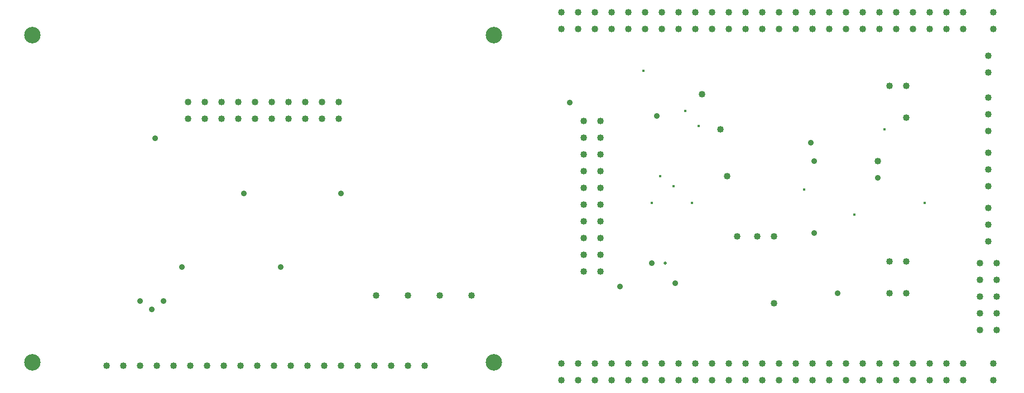
<source format=gbr>
G04 Generated by Ultiboard 13.0 *
%FSLAX24Y24*%
%MOIN*%

%ADD11C,0.0984*%
%ADD12C,0.0360*%
%ADD13C,0.0400*%
%ADD14C,0.0350*%
%ADD15C,0.0150*%
%ADD16C,0.0200*%


G04 ColorRGB 000000 for the following layer *
%LNDrill-Copper Top-Copper Bottom*%
%LPD*%
G54D11*
X-28100Y-16700D03*
X-541Y-16700D03*
X-28100Y2867D03*
X-541Y2867D03*
G54D12*
X-19184Y-10981D03*
X-13284Y-10981D03*
X-15484Y-6581D03*
X-9684Y-6581D03*
X-20784Y-3281D03*
X3980Y-1167D03*
X6980Y-12167D03*
X8880Y-10767D03*
X9180Y-1967D03*
X10280Y-11967D03*
X18380Y-3567D03*
X18580Y-4667D03*
X18580Y-8967D03*
X19980Y-12567D03*
X22380Y-5667D03*
G54D13*
X-15691Y-16897D03*
X-14691Y-16897D03*
X-13691Y-16897D03*
X-12691Y-16897D03*
X-11691Y-16897D03*
X-10691Y-16897D03*
X-9691Y-16897D03*
X-8691Y-16897D03*
X-7691Y-16897D03*
X-6691Y-16897D03*
X-5691Y-16897D03*
X-4691Y-16897D03*
X-22691Y-16897D03*
X-16691Y-16897D03*
X-23691Y-16897D03*
X-19691Y-16897D03*
X-21691Y-16897D03*
X-20691Y-16897D03*
X-17691Y-16897D03*
X-18691Y-16897D03*
X-7584Y-12681D03*
X-5684Y-12681D03*
X-3784Y-12681D03*
X-1884Y-12681D03*
X-15821Y-2138D03*
X-14821Y-2138D03*
X-13821Y-2138D03*
X-12821Y-2138D03*
X-11821Y-2138D03*
X-10821Y-2138D03*
X-9821Y-2138D03*
X-17821Y-2138D03*
X-9821Y-1138D03*
X-12821Y-1138D03*
X-11821Y-1138D03*
X-10821Y-1138D03*
X-14821Y-1138D03*
X-13821Y-1138D03*
X-15821Y-1138D03*
X-17821Y-1138D03*
X-16821Y-1138D03*
X-18821Y-1138D03*
X-16821Y-2138D03*
X-18821Y-2138D03*
X3480Y-16767D03*
X3480Y-17767D03*
X4480Y-16767D03*
X4480Y-17767D03*
X5480Y-16767D03*
X5480Y-17767D03*
X6480Y-16767D03*
X6480Y-17767D03*
X7480Y-16767D03*
X7480Y-17767D03*
X12480Y-17767D03*
X12480Y-16767D03*
X9480Y-17767D03*
X8480Y-17767D03*
X10480Y-17767D03*
X11480Y-17767D03*
X9480Y-16767D03*
X8480Y-16767D03*
X11480Y-16767D03*
X10480Y-16767D03*
X25480Y-17767D03*
X25480Y-16767D03*
X19480Y-17767D03*
X19480Y-16767D03*
X18480Y-17767D03*
X15480Y-17767D03*
X13480Y-17767D03*
X14480Y-17767D03*
X17480Y-17767D03*
X16480Y-17767D03*
X14480Y-16767D03*
X13480Y-16767D03*
X15480Y-16767D03*
X17480Y-16767D03*
X16480Y-16767D03*
X18480Y-16767D03*
X21480Y-17767D03*
X20480Y-17767D03*
X23480Y-17767D03*
X22480Y-17767D03*
X24480Y-17767D03*
X22480Y-16767D03*
X20480Y-16767D03*
X21480Y-16767D03*
X23480Y-16767D03*
X24480Y-16767D03*
X26480Y-17767D03*
X27480Y-17767D03*
X26480Y-16767D03*
X27480Y-16767D03*
X29280Y-16767D03*
X29280Y-17767D03*
X5820Y-11267D03*
X5820Y-8267D03*
X5820Y-9267D03*
X5820Y-10267D03*
X5820Y-6267D03*
X5820Y-7267D03*
X5820Y-5267D03*
X4820Y-11267D03*
X4820Y-8267D03*
X4820Y-9267D03*
X4820Y-10267D03*
X4820Y-6267D03*
X4820Y-7267D03*
X4820Y-5267D03*
X5820Y-3267D03*
X5820Y-4267D03*
X5820Y-2267D03*
X4820Y-3267D03*
X4820Y-4267D03*
X4820Y-2267D03*
X12480Y3233D03*
X12480Y4233D03*
X6480Y3233D03*
X6480Y4233D03*
X4480Y3233D03*
X3480Y3233D03*
X5480Y3233D03*
X3480Y4233D03*
X4480Y4233D03*
X5480Y4233D03*
X9480Y3233D03*
X7480Y3233D03*
X8480Y3233D03*
X10480Y3233D03*
X11480Y3233D03*
X9480Y4233D03*
X8480Y4233D03*
X7480Y4233D03*
X11480Y4233D03*
X10480Y4233D03*
X25480Y3233D03*
X25480Y4233D03*
X19480Y3233D03*
X19480Y4233D03*
X18480Y3233D03*
X15480Y3233D03*
X13480Y3233D03*
X14480Y3233D03*
X17480Y3233D03*
X16480Y3233D03*
X14480Y4233D03*
X13480Y4233D03*
X15480Y4233D03*
X17480Y4233D03*
X16480Y4233D03*
X18480Y4233D03*
X21480Y3233D03*
X20480Y3233D03*
X23480Y3233D03*
X22480Y3233D03*
X24480Y3233D03*
X22480Y4233D03*
X20480Y4233D03*
X21480Y4233D03*
X23480Y4233D03*
X24480Y4233D03*
X26480Y3233D03*
X27480Y3233D03*
X26480Y4233D03*
X27480Y4233D03*
X29280Y3233D03*
X29280Y4233D03*
X28980Y633D03*
X28980Y1633D03*
X13980Y-9167D03*
X13380Y-5567D03*
X22380Y-4667D03*
X23080Y-10667D03*
X24080Y-10667D03*
X28480Y-12777D03*
X29480Y-12777D03*
X28480Y-14777D03*
X29480Y-14777D03*
X28480Y-13777D03*
X29480Y-13777D03*
X29480Y-10777D03*
X28480Y-10777D03*
X28480Y-11777D03*
X29480Y-11777D03*
X11880Y-667D03*
X12980Y-2767D03*
X16180Y-9167D03*
X15180Y-9167D03*
X16180Y-13167D03*
X24080Y-167D03*
X23080Y-167D03*
X24080Y-12567D03*
X23080Y-12567D03*
X24080Y-2067D03*
X28980Y-2867D03*
X28980Y-1867D03*
X28980Y-867D03*
X28980Y-6167D03*
X28980Y-5167D03*
X28980Y-4167D03*
X28980Y-9467D03*
X28980Y-8467D03*
X28980Y-7467D03*
G54D14*
X-21693Y-13025D03*
X-20984Y-13537D03*
X-20276Y-13025D03*
G54D15*
X8380Y733D03*
X9380Y-5567D03*
X8880Y-7167D03*
X10180Y-6167D03*
X10880Y-1667D03*
X11680Y-2567D03*
X11280Y-7167D03*
X17980Y-6367D03*
X20980Y-7867D03*
X22780Y-2767D03*
X25180Y-7167D03*
G54D16*
X9680Y-10767D03*

M02*

</source>
